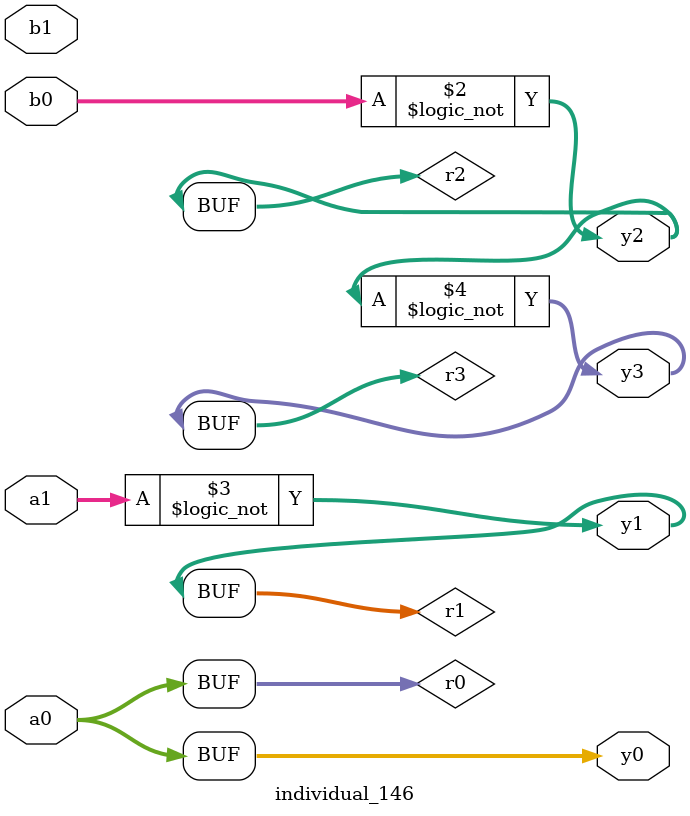
<source format=sv>
module individual_146(input logic [15:0] a1, input logic [15:0] a0, input logic [15:0] b1, input logic [15:0] b0, output logic [15:0] y3, output logic [15:0] y2, output logic [15:0] y1, output logic [15:0] y0);
logic [15:0] r0, r1, r2, r3; 
 always@(*) begin 
	 r0 = a0; r1 = a1; r2 = b0; r3 = b1; 
 	 r2 = ! b0 ;
 	 r1 = ! a1 ;
 	 r3 = ! r2 ;
 	 y3 = r3; y2 = r2; y1 = r1; y0 = r0; 
end
endmodule
</source>
